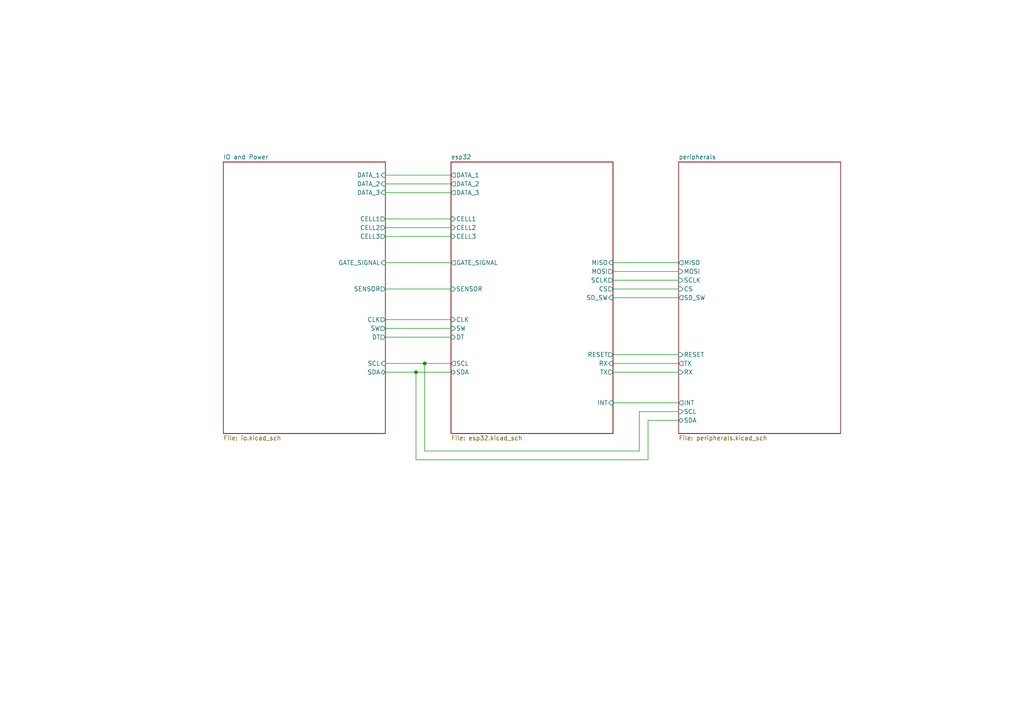
<source format=kicad_sch>
(kicad_sch (version 20230121) (generator eeschema)
  (paper "A4")
  (lib_symbols)
  (junction (at 120.65 107.95))
  (junction (at 123.19 105.41))
  (wire (pts (xy 111.76 97.79) (xy 130.81 97.79)))
  (wire (pts (xy 111.76 83.82) (xy 130.81 83.82)))
  (wire (pts (xy 177.8 78.74) (xy 196.85 78.74)))
  (wire (pts (xy 111.76 63.5) (xy 130.81 63.5)))
  (wire (pts (xy 177.8 86.36) (xy 196.85 86.36)))
  (wire (pts (xy 111.76 105.41) (xy 123.19 105.41)))
  (wire (pts (xy 177.8 81.28) (xy 196.85 81.28)))
  (wire (pts (xy 196.85 121.92) (xy 187.96 121.92)))
  (wire (pts (xy 187.96 133.35) (xy 120.65 133.35)))
  (wire (pts (xy 177.8 107.95) (xy 196.85 107.95)))
  (wire (pts (xy 185.42 130.81) (xy 123.19 130.81)))
  (wire (pts (xy 111.76 76.2) (xy 130.81 76.2)))
  (wire (pts (xy 111.76 53.34) (xy 130.81 53.34)))
  (wire (pts (xy 111.76 92.71) (xy 130.81 92.71)))
  (wire (pts (xy 111.76 107.95) (xy 120.65 107.95)))
  (wire (pts (xy 196.85 119.38) (xy 185.42 119.38)))
  (wire (pts (xy 120.65 107.95) (xy 130.81 107.95)))
  (wire (pts (xy 120.65 107.95) (xy 120.65 133.35)))
  (wire (pts (xy 111.76 66.04) (xy 130.81 66.04)))
  (wire (pts (xy 123.19 105.41) (xy 130.81 105.41)))
  (wire (pts (xy 177.8 76.2) (xy 196.85 76.2)))
  (wire (pts (xy 177.8 102.87) (xy 196.85 102.87)))
  (wire (pts (xy 187.96 121.92) (xy 187.96 133.35)))
  (wire (pts (xy 111.76 50.8) (xy 130.81 50.8)))
  (wire (pts (xy 123.19 105.41) (xy 123.19 130.81)))
  (wire (pts (xy 177.8 83.82) (xy 196.85 83.82)))
  (wire (pts (xy 111.76 95.25) (xy 130.81 95.25)))
  (wire (pts (xy 177.8 116.84) (xy 196.85 116.84)))
  (wire (pts (xy 111.76 68.58) (xy 130.81 68.58)))
  (wire (pts (xy 185.42 119.38) (xy 185.42 130.81)))
  (wire (pts (xy 111.76 55.88) (xy 130.81 55.88)))
  (wire (pts (xy 177.8 105.41) (xy 196.85 105.41)))
  (sheet (at 196.85 46.99) (size 46.99 78.74) (stroke (width 0.1524))
    (property "Sheetname" "peripherals" (at 196.85 46.2784 0) (effects (justify left bottom)))
    (property "Sheetfile" "peripherals.kicad_sch" (at 196.85 126.3146 0) (effects (justify left top)))
    (pin "INT" output (at 196.85 116.84 180))
    (pin "SD_SW" output (at 196.85 86.36 180))
    (pin "SCLK" input (at 196.85 81.28 180))
    (pin "CS" input (at 196.85 83.82 180))
    (pin "MOSI" input (at 196.85 78.74 180))
    (pin "MISO" output (at 196.85 76.2 180))
    (pin "TX" output (at 196.85 105.41 180))
    (pin "RX" input (at 196.85 107.95 180))
    (pin "SDA" bidirectional (at 196.85 121.92 180))
    (pin "SCL" input (at 196.85 119.38 180))
    (pin "RESET" input (at 196.85 102.87 180))
  )
  (sheet (at 64.77 46.99) (size 46.99 78.74) (stroke (width 0.1524))
    (property "Sheetname" "IO and Power" (at 64.77 46.2784 0) (effects (justify left bottom)))
    (property "Sheetfile" "io.kicad_sch" (at 64.77 126.3146 0) (effects (justify left top)))
    (pin "SENSOR" output (at 111.76 83.82 0))
    (pin "DATA_2" input (at 111.76 53.34 0))
    (pin "DATA_3" input (at 111.76 55.88 0))
    (pin "DATA_1" input (at 111.76 50.8 0))
    (pin "CLK" output (at 111.76 92.71 0))
    (pin "SW" output (at 111.76 95.25 0))
    (pin "DT" output (at 111.76 97.79 0))
    (pin "GATE_SIGNAL" input (at 111.76 76.2 0))
    (pin "CELL1" output (at 111.76 63.5 0))
    (pin "CELL2" output (at 111.76 66.04 0))
    (pin "CELL3" output (at 111.76 68.58 0))
    (pin "SCL" input (at 111.76 105.41 0))
    (pin "SDA" bidirectional (at 111.76 107.95 0))
  )
  (sheet (at 130.81 46.99) (size 46.99 78.74) (stroke (width 0.1524))
    (property "Sheetname" "esp32" (at 130.81 46.2784 0) (effects (justify left bottom)))
    (property "Sheetfile" "esp32.kicad_sch" (at 130.81 126.3146 0) (effects (justify left top)))
    (pin "DATA_1" output (at 130.81 50.8 180))
    (pin "GATE_SIGNAL" output (at 130.81 76.2 180))
    (pin "DATA_2" output (at 130.81 53.34 180))
    (pin "DATA_3" output (at 130.81 55.88 180))
    (pin "INT" input (at 177.8 116.84 0))
    (pin "SENSOR" input (at 130.81 83.82 180))
    (pin "RESET" output (at 177.8 102.87 0))
    (pin "SD_SW" input (at 177.8 86.36 0))
    (pin "SDA" bidirectional (at 130.81 107.95 180))
    (pin "SCL" output (at 130.81 105.41 180))
    (pin "MOSI" output (at 177.8 78.74 0))
    (pin "SCLK" output (at 177.8 81.28 0))
    (pin "MISO" input (at 177.8 76.2 0))
    (pin "CS" output (at 177.8 83.82 0))
    (pin "RX" input (at 177.8 105.41 0))
    (pin "TX" output (at 177.8 107.95 0))
    (pin "CELL3" input (at 130.81 68.58 180))
    (pin "CELL2" input (at 130.81 66.04 180))
    (pin "CELL1" input (at 130.81 63.5 180))
    (pin "DT" input (at 130.81 97.79 180))
    (pin "CLK" input (at 130.81 92.71 180))
    (pin "SW" input (at 130.81 95.25 180))
  )
)
</source>
